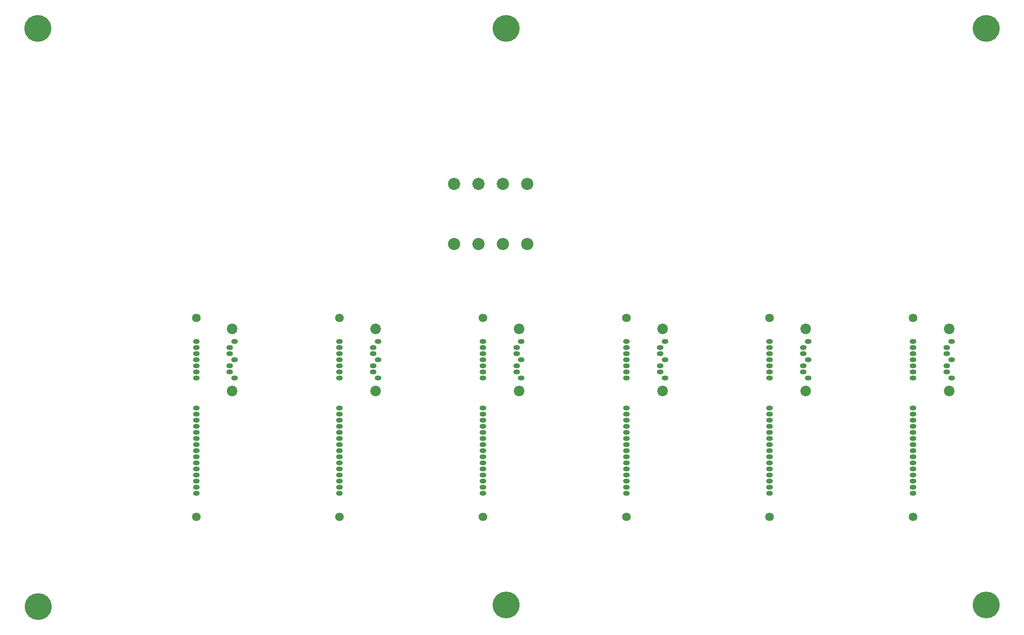
<source format=gbs>
G04 #@! TF.GenerationSoftware,KiCad,Pcbnew,8.0.8*
G04 #@! TF.CreationDate,2025-03-22T18:56:51+00:00*
G04 #@! TF.ProjectId,HDD Backplane,48444420-4261-4636-9b70-6c616e652e6b,rev?*
G04 #@! TF.SameCoordinates,Original*
G04 #@! TF.FileFunction,Soldermask,Bot*
G04 #@! TF.FilePolarity,Negative*
%FSLAX46Y46*%
G04 Gerber Fmt 4.6, Leading zero omitted, Abs format (unit mm)*
G04 Created by KiCad (PCBNEW 8.0.8) date 2025-03-22 18:56:51*
%MOMM*%
%LPD*%
G01*
G04 APERTURE LIST*
%ADD10C,5.600000*%
%ADD11C,1.800000*%
%ADD12O,1.400000X1.000000*%
%ADD13C,2.200000*%
%ADD14C,2.540000*%
G04 APERTURE END LIST*
D10*
X123750000Y-151500000D03*
X123750000Y-31300000D03*
D11*
X208551141Y-91627224D03*
X208551141Y-133127224D03*
D12*
X208551141Y-96547224D03*
X208551141Y-97817224D03*
X208551141Y-99087224D03*
X208551141Y-100357224D03*
X208551141Y-101627224D03*
X208551141Y-102897224D03*
X208551141Y-104167224D03*
X208551141Y-110427224D03*
X208551141Y-111697224D03*
X208551141Y-112967224D03*
X208551141Y-114237224D03*
X208551141Y-115507224D03*
X208551141Y-116777224D03*
X208551141Y-118047224D03*
X208551141Y-119317224D03*
X208551141Y-120587224D03*
X208551141Y-121857224D03*
X208551141Y-123127224D03*
X208551141Y-124397224D03*
X208551141Y-125667224D03*
X208551141Y-126937224D03*
X208551141Y-128207224D03*
D13*
X216051141Y-106847224D03*
X216051141Y-93887224D03*
D12*
X216551141Y-96557224D03*
X215551141Y-97827224D03*
X215551141Y-99097224D03*
X216551141Y-100367224D03*
X215551141Y-101637224D03*
X215551141Y-102907224D03*
X216551141Y-104177224D03*
D11*
X178651141Y-91627224D03*
X178651141Y-133127224D03*
D12*
X178651141Y-96547224D03*
X178651141Y-97817224D03*
X178651141Y-99087224D03*
X178651141Y-100357224D03*
X178651141Y-101627224D03*
X178651141Y-102897224D03*
X178651141Y-104167224D03*
X178651141Y-110427224D03*
X178651141Y-111697224D03*
X178651141Y-112967224D03*
X178651141Y-114237224D03*
X178651141Y-115507224D03*
X178651141Y-116777224D03*
X178651141Y-118047224D03*
X178651141Y-119317224D03*
X178651141Y-120587224D03*
X178651141Y-121857224D03*
X178651141Y-123127224D03*
X178651141Y-124397224D03*
X178651141Y-125667224D03*
X178651141Y-126937224D03*
X178651141Y-128207224D03*
D13*
X186151141Y-106847224D03*
X186151141Y-93887224D03*
D12*
X186651141Y-96557224D03*
X185651141Y-97827224D03*
X185651141Y-99097224D03*
X186651141Y-100367224D03*
X185651141Y-101637224D03*
X185651141Y-102907224D03*
X186651141Y-104177224D03*
D11*
X148851141Y-91627224D03*
X148851141Y-133127224D03*
D12*
X148851141Y-96547224D03*
X148851141Y-97817224D03*
X148851141Y-99087224D03*
X148851141Y-100357224D03*
X148851141Y-101627224D03*
X148851141Y-102897224D03*
X148851141Y-104167224D03*
X148851141Y-110427224D03*
X148851141Y-111697224D03*
X148851141Y-112967224D03*
X148851141Y-114237224D03*
X148851141Y-115507224D03*
X148851141Y-116777224D03*
X148851141Y-118047224D03*
X148851141Y-119317224D03*
X148851141Y-120587224D03*
X148851141Y-121857224D03*
X148851141Y-123127224D03*
X148851141Y-124397224D03*
X148851141Y-125667224D03*
X148851141Y-126937224D03*
X148851141Y-128207224D03*
D13*
X156351141Y-106847224D03*
X156351141Y-93887224D03*
D12*
X156851141Y-96557224D03*
X155851141Y-97827224D03*
X155851141Y-99097224D03*
X156851141Y-100367224D03*
X155851141Y-101637224D03*
X155851141Y-102907224D03*
X156851141Y-104177224D03*
D11*
X118951141Y-91627224D03*
X118951141Y-133127224D03*
D12*
X118951141Y-96547224D03*
X118951141Y-97817224D03*
X118951141Y-99087224D03*
X118951141Y-100357224D03*
X118951141Y-101627224D03*
X118951141Y-102897224D03*
X118951141Y-104167224D03*
X118951141Y-110427224D03*
X118951141Y-111697224D03*
X118951141Y-112967224D03*
X118951141Y-114237224D03*
X118951141Y-115507224D03*
X118951141Y-116777224D03*
X118951141Y-118047224D03*
X118951141Y-119317224D03*
X118951141Y-120587224D03*
X118951141Y-121857224D03*
X118951141Y-123127224D03*
X118951141Y-124397224D03*
X118951141Y-125667224D03*
X118951141Y-126937224D03*
X118951141Y-128207224D03*
D13*
X126451141Y-106847224D03*
X126451141Y-93887224D03*
D12*
X126951141Y-96557224D03*
X125951141Y-97827224D03*
X125951141Y-99097224D03*
X126951141Y-100367224D03*
X125951141Y-101637224D03*
X125951141Y-102907224D03*
X126951141Y-104177224D03*
D11*
X89101141Y-91627224D03*
X89101141Y-133127224D03*
D12*
X89101141Y-96547224D03*
X89101141Y-97817224D03*
X89101141Y-99087224D03*
X89101141Y-100357224D03*
X89101141Y-101627224D03*
X89101141Y-102897224D03*
X89101141Y-104167224D03*
X89101141Y-110427224D03*
X89101141Y-111697224D03*
X89101141Y-112967224D03*
X89101141Y-114237224D03*
X89101141Y-115507224D03*
X89101141Y-116777224D03*
X89101141Y-118047224D03*
X89101141Y-119317224D03*
X89101141Y-120587224D03*
X89101141Y-121857224D03*
X89101141Y-123127224D03*
X89101141Y-124397224D03*
X89101141Y-125667224D03*
X89101141Y-126937224D03*
X89101141Y-128207224D03*
D13*
X96601141Y-106847224D03*
X96601141Y-93887224D03*
D12*
X97101141Y-96557224D03*
X96101141Y-97827224D03*
X96101141Y-99097224D03*
X97101141Y-100367224D03*
X96101141Y-101637224D03*
X96101141Y-102907224D03*
X97101141Y-104177224D03*
D10*
X223750000Y-151500000D03*
X26250000Y-31300000D03*
X26350000Y-151800000D03*
D12*
X67250000Y-104180000D03*
X66250000Y-102910000D03*
X66250000Y-101640000D03*
X67250000Y-100370000D03*
X66250000Y-99100000D03*
X66250000Y-97830000D03*
X67250000Y-96560000D03*
D13*
X66750000Y-93890000D03*
X66750000Y-106850000D03*
D10*
X223750000Y-31300000D03*
D14*
X128200000Y-63650000D03*
X123120000Y-63650000D03*
X118040000Y-63650000D03*
X112960000Y-63650000D03*
X128170000Y-76250000D03*
X123090000Y-76250000D03*
X118010000Y-76250000D03*
X112930000Y-76250000D03*
D12*
X59250000Y-128210000D03*
X59250000Y-126940000D03*
X59250000Y-125670000D03*
X59250000Y-124400000D03*
X59250000Y-123130000D03*
X59250000Y-121860000D03*
X59250000Y-120590000D03*
X59250000Y-119320000D03*
X59250000Y-118050000D03*
X59250000Y-116780000D03*
X59250000Y-115510000D03*
X59250000Y-114240000D03*
X59250000Y-112970000D03*
X59250000Y-111700000D03*
X59250000Y-110430000D03*
X59250000Y-104170000D03*
X59250000Y-102900000D03*
X59250000Y-101630000D03*
X59250000Y-100360000D03*
X59250000Y-99090000D03*
X59250000Y-97820000D03*
X59250000Y-96550000D03*
D11*
X59250000Y-133130000D03*
X59250000Y-91630000D03*
M02*

</source>
